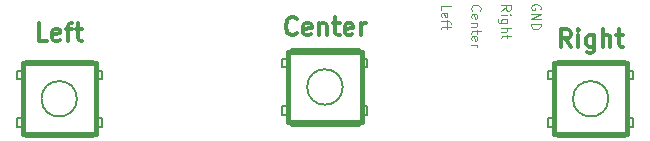
<source format=gto>
G04 (created by PCBNEW (2013-may-18)-stable) date Tue 25 Aug 2015 09:37:45 PM EDT*
%MOIN*%
G04 Gerber Fmt 3.4, Leading zero omitted, Abs format*
%FSLAX34Y34*%
G01*
G70*
G90*
G04 APERTURE LIST*
%ADD10C,0.00590551*%
%ADD11C,0.00393701*%
%ADD12C,0.011811*%
%ADD13C,0.0079*%
%ADD14C,0.015*%
%ADD15C,0.01*%
G04 APERTURE END LIST*
G54D10*
G54D11*
X108052Y-47847D02*
X108037Y-47832D01*
X108022Y-47787D01*
X108022Y-47757D01*
X108037Y-47712D01*
X108067Y-47682D01*
X108097Y-47667D01*
X108157Y-47652D01*
X108202Y-47652D01*
X108262Y-47667D01*
X108292Y-47682D01*
X108322Y-47712D01*
X108337Y-47757D01*
X108337Y-47787D01*
X108322Y-47832D01*
X108307Y-47847D01*
X108037Y-48102D02*
X108022Y-48072D01*
X108022Y-48012D01*
X108037Y-47982D01*
X108067Y-47967D01*
X108187Y-47967D01*
X108217Y-47982D01*
X108232Y-48012D01*
X108232Y-48072D01*
X108217Y-48102D01*
X108187Y-48117D01*
X108157Y-48117D01*
X108127Y-47967D01*
X108232Y-48252D02*
X108022Y-48252D01*
X108202Y-48252D02*
X108217Y-48267D01*
X108232Y-48297D01*
X108232Y-48342D01*
X108217Y-48372D01*
X108187Y-48387D01*
X108022Y-48387D01*
X108232Y-48492D02*
X108232Y-48612D01*
X108337Y-48537D02*
X108067Y-48537D01*
X108037Y-48552D01*
X108022Y-48582D01*
X108022Y-48612D01*
X108037Y-48837D02*
X108022Y-48807D01*
X108022Y-48747D01*
X108037Y-48717D01*
X108067Y-48702D01*
X108187Y-48702D01*
X108217Y-48717D01*
X108232Y-48747D01*
X108232Y-48807D01*
X108217Y-48837D01*
X108187Y-48852D01*
X108157Y-48852D01*
X108127Y-48702D01*
X108022Y-48987D02*
X108232Y-48987D01*
X108172Y-48987D02*
X108202Y-49002D01*
X108217Y-49017D01*
X108232Y-49047D01*
X108232Y-49077D01*
X107022Y-47832D02*
X107022Y-47682D01*
X107337Y-47682D01*
X107037Y-48057D02*
X107022Y-48027D01*
X107022Y-47967D01*
X107037Y-47937D01*
X107067Y-47922D01*
X107187Y-47922D01*
X107217Y-47937D01*
X107232Y-47967D01*
X107232Y-48027D01*
X107217Y-48057D01*
X107187Y-48072D01*
X107157Y-48072D01*
X107127Y-47922D01*
X107232Y-48162D02*
X107232Y-48282D01*
X107022Y-48207D02*
X107292Y-48207D01*
X107322Y-48222D01*
X107337Y-48252D01*
X107337Y-48282D01*
X107232Y-48342D02*
X107232Y-48462D01*
X107337Y-48387D02*
X107067Y-48387D01*
X107037Y-48402D01*
X107022Y-48432D01*
X107022Y-48462D01*
X109022Y-47847D02*
X109172Y-47742D01*
X109022Y-47667D02*
X109337Y-47667D01*
X109337Y-47787D01*
X109322Y-47817D01*
X109307Y-47832D01*
X109277Y-47847D01*
X109232Y-47847D01*
X109202Y-47832D01*
X109187Y-47817D01*
X109172Y-47787D01*
X109172Y-47667D01*
X109022Y-47982D02*
X109232Y-47982D01*
X109337Y-47982D02*
X109322Y-47967D01*
X109307Y-47982D01*
X109322Y-47997D01*
X109337Y-47982D01*
X109307Y-47982D01*
X109232Y-48267D02*
X108977Y-48267D01*
X108947Y-48252D01*
X108932Y-48237D01*
X108917Y-48207D01*
X108917Y-48162D01*
X108932Y-48132D01*
X109037Y-48267D02*
X109022Y-48237D01*
X109022Y-48177D01*
X109037Y-48147D01*
X109052Y-48132D01*
X109082Y-48117D01*
X109172Y-48117D01*
X109202Y-48132D01*
X109217Y-48147D01*
X109232Y-48177D01*
X109232Y-48237D01*
X109217Y-48267D01*
X109022Y-48417D02*
X109337Y-48417D01*
X109022Y-48552D02*
X109187Y-48552D01*
X109217Y-48537D01*
X109232Y-48507D01*
X109232Y-48462D01*
X109217Y-48432D01*
X109202Y-48417D01*
X109232Y-48657D02*
X109232Y-48777D01*
X109337Y-48702D02*
X109067Y-48702D01*
X109037Y-48717D01*
X109022Y-48747D01*
X109022Y-48777D01*
X110322Y-47810D02*
X110337Y-47780D01*
X110337Y-47735D01*
X110322Y-47690D01*
X110292Y-47660D01*
X110262Y-47645D01*
X110202Y-47630D01*
X110157Y-47630D01*
X110097Y-47645D01*
X110067Y-47660D01*
X110037Y-47690D01*
X110022Y-47735D01*
X110022Y-47765D01*
X110037Y-47810D01*
X110052Y-47825D01*
X110157Y-47825D01*
X110157Y-47765D01*
X110022Y-47960D02*
X110337Y-47960D01*
X110022Y-48139D01*
X110337Y-48139D01*
X110022Y-48289D02*
X110337Y-48289D01*
X110337Y-48364D01*
X110322Y-48409D01*
X110292Y-48439D01*
X110262Y-48454D01*
X110202Y-48469D01*
X110157Y-48469D01*
X110097Y-48454D01*
X110067Y-48439D01*
X110037Y-48409D01*
X110022Y-48364D01*
X110022Y-48289D01*
G54D12*
X111347Y-49057D02*
X111150Y-48776D01*
X111009Y-49057D02*
X111009Y-48467D01*
X111234Y-48467D01*
X111290Y-48495D01*
X111318Y-48523D01*
X111347Y-48579D01*
X111347Y-48664D01*
X111318Y-48720D01*
X111290Y-48748D01*
X111234Y-48776D01*
X111009Y-48776D01*
X111600Y-49057D02*
X111600Y-48664D01*
X111600Y-48467D02*
X111571Y-48495D01*
X111600Y-48523D01*
X111628Y-48495D01*
X111600Y-48467D01*
X111600Y-48523D01*
X112134Y-48664D02*
X112134Y-49142D01*
X112106Y-49198D01*
X112078Y-49226D01*
X112021Y-49254D01*
X111937Y-49254D01*
X111881Y-49226D01*
X112134Y-49029D02*
X112078Y-49057D01*
X111965Y-49057D01*
X111909Y-49029D01*
X111881Y-49001D01*
X111853Y-48945D01*
X111853Y-48776D01*
X111881Y-48720D01*
X111909Y-48692D01*
X111965Y-48664D01*
X112078Y-48664D01*
X112134Y-48692D01*
X112415Y-49057D02*
X112415Y-48467D01*
X112668Y-49057D02*
X112668Y-48748D01*
X112640Y-48692D01*
X112584Y-48664D01*
X112500Y-48664D01*
X112443Y-48692D01*
X112415Y-48720D01*
X112865Y-48664D02*
X113090Y-48664D01*
X112949Y-48467D02*
X112949Y-48973D01*
X112978Y-49029D01*
X113034Y-49057D01*
X113090Y-49057D01*
X102207Y-48607D02*
X102179Y-48636D01*
X102095Y-48664D01*
X102038Y-48664D01*
X101954Y-48636D01*
X101898Y-48579D01*
X101870Y-48523D01*
X101841Y-48411D01*
X101841Y-48326D01*
X101870Y-48214D01*
X101898Y-48158D01*
X101954Y-48101D01*
X102038Y-48073D01*
X102095Y-48073D01*
X102179Y-48101D01*
X102207Y-48129D01*
X102685Y-48636D02*
X102629Y-48664D01*
X102516Y-48664D01*
X102460Y-48636D01*
X102432Y-48579D01*
X102432Y-48354D01*
X102460Y-48298D01*
X102516Y-48270D01*
X102629Y-48270D01*
X102685Y-48298D01*
X102713Y-48354D01*
X102713Y-48411D01*
X102432Y-48467D01*
X102966Y-48270D02*
X102966Y-48664D01*
X102966Y-48326D02*
X102994Y-48298D01*
X103051Y-48270D01*
X103135Y-48270D01*
X103191Y-48298D01*
X103219Y-48354D01*
X103219Y-48664D01*
X103416Y-48270D02*
X103641Y-48270D01*
X103501Y-48073D02*
X103501Y-48579D01*
X103529Y-48636D01*
X103585Y-48664D01*
X103641Y-48664D01*
X104063Y-48636D02*
X104007Y-48664D01*
X103894Y-48664D01*
X103838Y-48636D01*
X103810Y-48579D01*
X103810Y-48354D01*
X103838Y-48298D01*
X103894Y-48270D01*
X104007Y-48270D01*
X104063Y-48298D01*
X104091Y-48354D01*
X104091Y-48411D01*
X103810Y-48467D01*
X104344Y-48664D02*
X104344Y-48270D01*
X104344Y-48383D02*
X104372Y-48326D01*
X104401Y-48298D01*
X104457Y-48270D01*
X104513Y-48270D01*
X93883Y-48861D02*
X93602Y-48861D01*
X93602Y-48270D01*
X94305Y-48832D02*
X94249Y-48861D01*
X94136Y-48861D01*
X94080Y-48832D01*
X94052Y-48776D01*
X94052Y-48551D01*
X94080Y-48495D01*
X94136Y-48467D01*
X94249Y-48467D01*
X94305Y-48495D01*
X94333Y-48551D01*
X94333Y-48607D01*
X94052Y-48664D01*
X94502Y-48467D02*
X94727Y-48467D01*
X94586Y-48861D02*
X94586Y-48354D01*
X94614Y-48298D01*
X94670Y-48270D01*
X94727Y-48270D01*
X94839Y-48467D02*
X95064Y-48467D01*
X94924Y-48270D02*
X94924Y-48776D01*
X94952Y-48832D01*
X95008Y-48861D01*
X95064Y-48861D01*
G54D13*
X94882Y-50787D02*
G75*
G03X94882Y-50787I-591J0D01*
G74*
G01*
X93071Y-49862D02*
X92874Y-49862D01*
X92874Y-49862D02*
X92874Y-50137D01*
X92874Y-50137D02*
X93071Y-50137D01*
X92874Y-51712D02*
X93071Y-51712D01*
X92874Y-51437D02*
X92874Y-51712D01*
X93071Y-51437D02*
X92874Y-51437D01*
X95511Y-51437D02*
X95708Y-51437D01*
X95708Y-51437D02*
X95708Y-51712D01*
X95708Y-51712D02*
X95511Y-51712D01*
X95511Y-49862D02*
X95708Y-49862D01*
X95708Y-49862D02*
X95708Y-50137D01*
X95708Y-50137D02*
X95511Y-50137D01*
G54D14*
X93189Y-52007D02*
X95393Y-52007D01*
X93189Y-49567D02*
X95393Y-49567D01*
X93071Y-49606D02*
X95511Y-49606D01*
X95511Y-49606D02*
X95511Y-51968D01*
X95511Y-51968D02*
X93071Y-51968D01*
X93071Y-51968D02*
X93071Y-49606D01*
G54D13*
X103740Y-50393D02*
G75*
G03X103740Y-50393I-591J0D01*
G74*
G01*
X101929Y-49468D02*
X101732Y-49468D01*
X101732Y-49468D02*
X101732Y-49743D01*
X101732Y-49743D02*
X101929Y-49743D01*
X101732Y-51318D02*
X101929Y-51318D01*
X101732Y-51043D02*
X101732Y-51318D01*
X101929Y-51043D02*
X101732Y-51043D01*
X104369Y-51043D02*
X104566Y-51043D01*
X104566Y-51043D02*
X104566Y-51318D01*
X104566Y-51318D02*
X104369Y-51318D01*
X104369Y-49468D02*
X104566Y-49468D01*
X104566Y-49468D02*
X104566Y-49743D01*
X104566Y-49743D02*
X104369Y-49743D01*
G54D14*
X102047Y-51613D02*
X104251Y-51613D01*
X102047Y-49173D02*
X104251Y-49173D01*
X101929Y-49212D02*
X104369Y-49212D01*
X104369Y-49212D02*
X104369Y-51574D01*
X104369Y-51574D02*
X101929Y-51574D01*
X101929Y-51574D02*
X101929Y-49212D01*
G54D13*
X112598Y-50787D02*
G75*
G03X112598Y-50787I-591J0D01*
G74*
G01*
X110787Y-49862D02*
X110590Y-49862D01*
X110590Y-49862D02*
X110590Y-50137D01*
X110590Y-50137D02*
X110787Y-50137D01*
X110590Y-51712D02*
X110787Y-51712D01*
X110590Y-51437D02*
X110590Y-51712D01*
X110787Y-51437D02*
X110590Y-51437D01*
X113227Y-51437D02*
X113424Y-51437D01*
X113424Y-51437D02*
X113424Y-51712D01*
X113424Y-51712D02*
X113227Y-51712D01*
X113227Y-49862D02*
X113424Y-49862D01*
X113424Y-49862D02*
X113424Y-50137D01*
X113424Y-50137D02*
X113227Y-50137D01*
G54D14*
X110905Y-52007D02*
X113109Y-52007D01*
X110905Y-49567D02*
X113109Y-49567D01*
X110787Y-49606D02*
X113227Y-49606D01*
X113227Y-49606D02*
X113227Y-51968D01*
X113227Y-51968D02*
X110787Y-51968D01*
X110787Y-51968D02*
X110787Y-49606D01*
G54D15*
M02*

</source>
